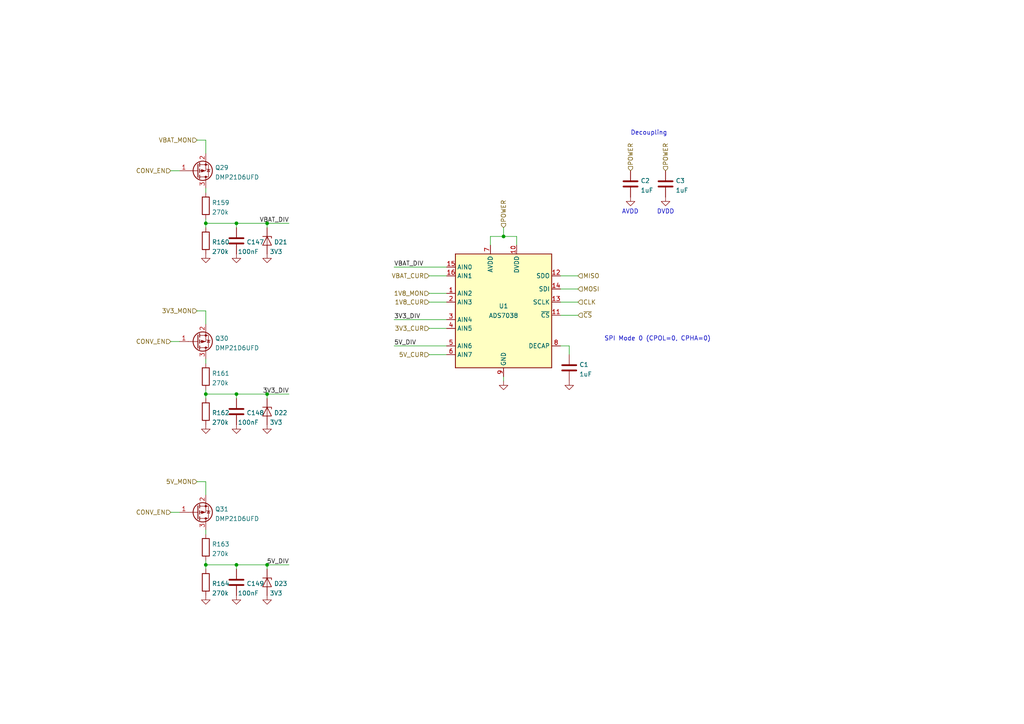
<source format=kicad_sch>
(kicad_sch (version 20210621) (generator eeschema)
  (paper "A4")
  (title_block (title "BUTCube - EPS") (date "2021-06-01") (rev "v1.0") (company "VUT - FIT(STRaDe) & FME(IAE & IPE)") (comment 1 "Author: Petr Malaník"))
  (lib_symbols
    (symbol "Device:C" (pin_numbers hide) (pin_names (offset 0.254))
      (property "Reference" "C" (at 0.635 2.54 0))
      (property "Value" "C" (at 0.635 -2.54 0))
      (symbol "C_0_1"
        (polyline (pts (xy -2.032 -0.762) (xy 2.032 -0.762)) (stroke (width 0.508)))
        (polyline (pts (xy -2.032 0.762) (xy 2.032 0.762)) (stroke (width 0.508)))
      )
      (symbol "C_1_1"
        (pin passive line (at 0 3.81 270) (length 2.794) (name "~") (number "1"))
        (pin passive line (at 0 -3.81 90) (length 2.794) (name "~") (number "2"))
      )
    )
    (symbol "Device:D_Zener" (pin_numbers hide) (pin_names (offset 1.016) hide)
      (property "Reference" "D" (at 0 2.54 0))
      (property "Value" "D_Zener" (at 0 -2.54 0))
      (symbol "D_Zener_0_1"
        (polyline (pts (xy 1.27 0) (xy -1.27 0)))
        (polyline (pts (xy -1.27 -1.27) (xy -1.27 1.27) (xy -0.762 1.27)) (stroke (width 0.2032)))
        (polyline (pts (xy 1.27 -1.27) (xy 1.27 1.27) (xy -1.27 0) (xy 1.27 -1.27)) (stroke (width 0.2032)))
      )
      (symbol "D_Zener_1_1"
        (pin passive line (at -3.81 0 0) (length 2.54) (name "K") (number "1"))
        (pin passive line (at 3.81 0 180) (length 2.54) (name "A") (number "2"))
      )
    )
    (symbol "Device:R" (pin_numbers hide) (pin_names (offset 0))
      (property "Reference" "R" (at 2.032 0 90))
      (property "Value" "R" (at 0 0 90))
      (symbol "R_0_1"
        (rectangle (start -1.016 -2.54) (end 1.016 2.54) (stroke (width 0.254)))
      )
      (symbol "R_1_1"
        (pin passive line (at 0 3.81 270) (length 1.27) (name "~") (number "1"))
        (pin passive line (at 0 -3.81 90) (length 1.27) (name "~") (number "2"))
      )
    )
    (symbol "TCY_IC:ADS7038"
      (property "Reference" "U" (at 0 0 0))
      (property "Value" "ADS7038" (at -3.81 -2.54 0))
      (symbol "ADS7038_0_1"
        (rectangle (start -13.97 16.51) (end 13.97 -16.51) (stroke (width 0.254)) (fill (type background)))
      )
      (symbol "ADS7038_1_1"
        (pin input line (at -16.51 5.08 0) (length 2.54) (name "AIN2") (number "1"))
        (pin power_in line (at 3.81 19.05 270) (length 2.54) (name "DVDD") (number "10"))
        (pin input line (at 16.51 -1.27 180) (length 2.54) (name "~{CS}") (number "11"))
        (pin tri_state line (at 16.51 10.16 180) (length 2.54) (name "SDO") (number "12"))
        (pin input line (at 16.51 2.54 180) (length 2.54) (name "SCLK") (number "13"))
        (pin input line (at 16.51 6.35 180) (length 2.54) (name "SDI") (number "14"))
        (pin input line (at -16.51 12.7 0) (length 2.54) (name "AIN0") (number "15"))
        (pin input line (at -16.51 10.16 0) (length 2.54) (name "AIN1") (number "16"))
        (pin passive line (at 0 -19.05 90) (length 2.54) hide (name "E_PAD") (number "17"))
        (pin input line (at -16.51 2.54 0) (length 2.54) (name "AIN3") (number "2"))
        (pin input line (at -16.51 -2.54 0) (length 2.54) (name "AIN4") (number "3"))
        (pin input line (at -16.51 -5.08 0) (length 2.54) (name "AIN5") (number "4"))
        (pin input line (at -16.51 -10.16 0) (length 2.54) (name "AIN6") (number "5"))
        (pin input line (at -16.51 -12.7 0) (length 2.54) (name "AIN7") (number "6"))
        (pin power_in line (at -3.81 19.05 270) (length 2.54) (name "AVDD") (number "7"))
        (pin passive line (at 16.51 -10.16 180) (length 2.54) (name "DECAP") (number "8"))
        (pin power_in line (at 0 -19.05 90) (length 2.54) (name "GND") (number "9"))
      )
    )
    (symbol "TCY_transistors:DMP21D6UFD" (pin_names (offset 0) hide)
      (property "Reference" "Q" (at 5.08 1.27 0))
      (property "Value" "DMP21D6UFD" (at -2.54 -15.24 0))
      (symbol "DMP21D6UFD_0_1"
        (circle (center 1.651 0) (radius 2.794) (stroke (width 0.254)))
        (circle (center 2.54 -1.778) (radius 0.254) (fill (type outline)))
        (circle (center 2.54 1.778) (radius 0.254) (fill (type outline)))
        (polyline (pts (xy 0.254 0) (xy -2.54 0)))
        (polyline (pts (xy 0.254 1.905) (xy 0.254 -1.905)) (stroke (width 0.254)))
        (polyline (pts (xy 0.762 -1.27) (xy 0.762 -2.286)) (stroke (width 0.254)))
        (polyline (pts (xy 0.762 0.508) (xy 0.762 -0.508)) (stroke (width 0.254)))
        (polyline (pts (xy 0.762 2.286) (xy 0.762 1.27)) (stroke (width 0.254)))
        (polyline (pts (xy 2.54 2.54) (xy 2.54 1.778)))
        (polyline (pts (xy 2.54 -2.54) (xy 2.54 0) (xy 0.762 0)))
        (polyline (pts (xy 0.762 1.778) (xy 3.302 1.778) (xy 3.302 -1.778) (xy 0.762 -1.778)))
        (polyline (pts (xy 2.794 -0.508) (xy 2.921 -0.381) (xy 3.683 -0.381) (xy 3.81 -0.254)))
        (polyline (pts (xy 3.302 -0.381) (xy 2.921 0.254) (xy 3.683 0.254) (xy 3.302 -0.381)))
        (polyline (pts (xy 2.286 0) (xy 1.27 0.381) (xy 1.27 -0.381) (xy 2.286 0)) (fill (type outline)))
      )
      (symbol "DMP21D6UFD_1_1"
        (pin input line (at -5.08 0 0) (length 2.54) (name "G") (number "1"))
        (pin passive line (at 2.54 -5.08 90) (length 2.54) (name "S") (number "2"))
        (pin passive line (at 2.54 5.08 270) (length 2.54) (name "D") (number "3"))
      )
    )
    (symbol "power:GND" (power) (pin_names (offset 0))
      (property "Value" "GND" (at 0 -3.81 0))
      (symbol "GND_0_1"
        (polyline (pts (xy 0 0) (xy 0 -1.27) (xy 1.27 -1.27) (xy 0 -2.54) (xy -1.27 -1.27) (xy 0 -1.27)))
      )
      (symbol "GND_1_1"
        (pin power_in line (at 0 0 270) (length 0) hide (name "GND") (number "1"))
      )
    )
  )
  (junction (at 59.69 64.77) (diameter 0.9144))
  (junction (at 59.69 114.3) (diameter 0.9144))
  (junction (at 59.69 163.83) (diameter 0.9144))
  (junction (at 68.58 64.77) (diameter 0.9144))
  (junction (at 68.58 114.3) (diameter 0.9144))
  (junction (at 68.58 163.83) (diameter 0.9144))
  (junction (at 77.47 64.77) (diameter 0.9144))
  (junction (at 77.47 114.3) (diameter 0.9144))
  (junction (at 77.47 163.83) (diameter 0.9144))
  (junction (at 146.05 68.58) (diameter 0.9144))
  (wire (pts (xy 49.53 49.53) (xy 52.07 49.53)))
  (wire (pts (xy 49.53 99.06) (xy 52.07 99.06)))
  (wire (pts (xy 49.53 148.59) (xy 52.07 148.59)))
  (wire (pts (xy 57.15 40.64) (xy 59.69 40.64)))
  (wire (pts (xy 57.15 90.17) (xy 59.69 90.17)))
  (wire (pts (xy 57.15 139.7) (xy 59.69 139.7)))
  (wire (pts (xy 59.69 40.64) (xy 59.69 44.45)))
  (wire (pts (xy 59.69 54.61) (xy 59.69 55.88)))
  (wire (pts (xy 59.69 63.5) (xy 59.69 64.77)))
  (wire (pts (xy 59.69 64.77) (xy 59.69 66.04)))
  (wire (pts (xy 59.69 64.77) (xy 68.58 64.77)))
  (wire (pts (xy 59.69 90.17) (xy 59.69 93.98)))
  (wire (pts (xy 59.69 104.14) (xy 59.69 105.41)))
  (wire (pts (xy 59.69 113.03) (xy 59.69 114.3)))
  (wire (pts (xy 59.69 114.3) (xy 59.69 115.57)))
  (wire (pts (xy 59.69 114.3) (xy 68.58 114.3)))
  (wire (pts (xy 59.69 139.7) (xy 59.69 143.51)))
  (wire (pts (xy 59.69 153.67) (xy 59.69 154.94)))
  (wire (pts (xy 59.69 162.56) (xy 59.69 163.83)))
  (wire (pts (xy 59.69 163.83) (xy 59.69 165.1)))
  (wire (pts (xy 59.69 163.83) (xy 68.58 163.83)))
  (wire (pts (xy 68.58 64.77) (xy 68.58 66.04)))
  (wire (pts (xy 68.58 64.77) (xy 77.47 64.77)))
  (wire (pts (xy 68.58 114.3) (xy 68.58 115.57)))
  (wire (pts (xy 68.58 114.3) (xy 77.47 114.3)))
  (wire (pts (xy 68.58 163.83) (xy 68.58 165.1)))
  (wire (pts (xy 68.58 163.83) (xy 77.47 163.83)))
  (wire (pts (xy 77.47 64.77) (xy 77.47 66.04)))
  (wire (pts (xy 77.47 64.77) (xy 83.82 64.77)))
  (wire (pts (xy 77.47 114.3) (xy 77.47 115.57)))
  (wire (pts (xy 77.47 114.3) (xy 83.82 114.3)))
  (wire (pts (xy 77.47 163.83) (xy 77.47 165.1)))
  (wire (pts (xy 77.47 163.83) (xy 83.82 163.83)))
  (wire (pts (xy 114.3 77.47) (xy 129.54 77.47)))
  (wire (pts (xy 114.3 92.71) (xy 129.54 92.71)))
  (wire (pts (xy 114.3 100.33) (xy 129.54 100.33)))
  (wire (pts (xy 124.46 80.01) (xy 129.54 80.01)))
  (wire (pts (xy 124.46 85.09) (xy 129.54 85.09)))
  (wire (pts (xy 124.46 87.63) (xy 129.54 87.63)))
  (wire (pts (xy 124.46 95.25) (xy 129.54 95.25)))
  (wire (pts (xy 124.46 102.87) (xy 129.54 102.87)))
  (wire (pts (xy 142.24 68.58) (xy 146.05 68.58)))
  (wire (pts (xy 142.24 71.12) (xy 142.24 68.58)))
  (wire (pts (xy 146.05 66.04) (xy 146.05 68.58)))
  (wire (pts (xy 146.05 109.22) (xy 146.05 110.49)))
  (wire (pts (xy 149.86 68.58) (xy 146.05 68.58)))
  (wire (pts (xy 149.86 71.12) (xy 149.86 68.58)))
  (wire (pts (xy 162.56 80.01) (xy 167.64 80.01)))
  (wire (pts (xy 162.56 83.82) (xy 167.64 83.82)))
  (wire (pts (xy 162.56 87.63) (xy 167.64 87.63)))
  (wire (pts (xy 162.56 91.44) (xy 167.64 91.44)))
  (wire (pts (xy 162.56 100.33) (xy 165.1 100.33)))
  (wire (pts (xy 165.1 100.33) (xy 165.1 102.87)))
  (text "SPI Mode 0 (CPOL=0, CPHA=0)" (at 175.26 99.06 0) (effects (font (size 1.27 1.27)) (justify left bottom)))
  (text "AVDD" (at 180.34 62.23 0) (effects (font (size 1.27 1.27)) (justify left bottom)))
  (text "Decoupling" (at 182.88 39.37 0) (effects (font (size 1.27 1.27)) (justify left bottom)))
  (text "DVDD" (at 190.5 62.23 0) (effects (font (size 1.27 1.27)) (justify left bottom)))
  (label "VBAT_DIV" (at 83.82 64.77 180))
  (label "3V3_DIV" (at 83.82 114.3 180))
  (label "5V_DIV" (at 83.82 163.83 180))
  (label "VBAT_DIV" (at 114.3 77.47 0))
  (label "3V3_DIV" (at 114.3 92.71 0))
  (label "5V_DIV" (at 114.3 100.33 0))
  (hierarchical_label "CONV_EN" (shape input) (at 49.53 49.53 180))
  (hierarchical_label "CONV_EN" (shape input) (at 49.53 99.06 180))
  (hierarchical_label "CONV_EN" (shape input) (at 49.53 148.59 180))
  (hierarchical_label "VBAT_MON" (shape input) (at 57.15 40.64 180))
  (hierarchical_label "3V3_MON" (shape input) (at 57.15 90.17 180))
  (hierarchical_label "5V_MON" (shape input) (at 57.15 139.7 180))
  (hierarchical_label "VBAT_CUR" (shape input) (at 124.46 80.01 180))
  (hierarchical_label "1V8_MON" (shape input) (at 124.46 85.09 180))
  (hierarchical_label "1V8_CUR" (shape input) (at 124.46 87.63 180))
  (hierarchical_label "3V3_CUR" (shape input) (at 124.46 95.25 180))
  (hierarchical_label "5V_CUR" (shape input) (at 124.46 102.87 180))
  (hierarchical_label "POWER" (shape input) (at 146.05 66.04 90))
  (hierarchical_label "MISO" (shape input) (at 167.64 80.01 0))
  (hierarchical_label "MOSI" (shape input) (at 167.64 83.82 0))
  (hierarchical_label "CLK" (shape input) (at 167.64 87.63 0))
  (hierarchical_label "~{CS}" (shape input) (at 167.64 91.44 0))
  (hierarchical_label "POWER" (shape input) (at 182.88 49.53 90))
  (hierarchical_label "POWER" (shape input) (at 193.04 49.53 90))
  (symbol (lib_id "power:GND") (at 59.69 73.66 0)
    (property "Reference" "#PWR0326" (effects hide))
    (property "Value" "GND" (effects hide))
  )
  (symbol (lib_id "power:GND") (at 59.69 123.19 0)
    (property "Reference" "#PWR0327" (effects hide))
    (property "Value" "GND" (effects hide))
  )
  (symbol (lib_id "power:GND") (at 59.69 172.72 0)
    (property "Reference" "#PWR0328" (effects hide))
    (property "Value" "GND" (effects hide))
  )
  (symbol (lib_id "power:GND") (at 68.58 73.66 0)
    (property "Reference" "#PWR0329" (effects hide))
    (property "Value" "GND" (effects hide))
  )
  (symbol (lib_id "power:GND") (at 68.58 123.19 0)
    (property "Reference" "#PWR0330" (effects hide))
    (property "Value" "GND" (effects hide))
  )
  (symbol (lib_id "power:GND") (at 68.58 172.72 0)
    (property "Reference" "#PWR0331" (effects hide))
    (property "Value" "GND" (effects hide))
  )
  (symbol (lib_id "power:GND") (at 77.47 73.66 0)
    (property "Reference" "#PWR0332" (effects hide))
    (property "Value" "GND" (effects hide))
  )
  (symbol (lib_id "power:GND") (at 77.47 123.19 0)
    (property "Reference" "#PWR0333" (effects hide))
    (property "Value" "GND" (effects hide))
  )
  (symbol (lib_id "power:GND") (at 77.47 172.72 0)
    (property "Reference" "#PWR0334" (effects hide))
    (property "Value" "GND" (effects hide))
  )
  (symbol (lib_id "power:GND") (at 146.05 110.49 0)
    (property "Reference" "#PWR017" (effects hide))
    (property "Value" "GND" (effects hide))
  )
  (symbol (lib_id "power:GND") (at 165.1 110.49 0)
    (property "Reference" "#PWR018" (effects hide))
    (property "Value" "GND" (effects hide))
  )
  (symbol (lib_id "power:GND") (at 182.88 57.15 0)
    (property "Reference" "#PWR019" (effects hide))
    (property "Value" "GND" (effects hide))
  )
  (symbol (lib_id "power:GND") (at 193.04 57.15 0)
    (property "Reference" "#PWR020" (effects hide))
    (property "Value" "GND" (effects hide))
  )
  (symbol (lib_id "Device:R") (at 59.69 59.69 0)
    (property "Reference" "R159" (at 61.4681 58.7815 0) (effects (justify left)))
    (property "Value" "270k" (at 61.4681 61.5566 0) (effects (justify left)))
    (property "Footprint" "TCY_passives:R_0603_1608Metric" (effects hide))
  )
  (symbol (lib_id "Device:R") (at 59.69 69.85 0)
    (property "Reference" "R160" (at 61.4681 70.2115 0) (effects (justify left)))
    (property "Value" "270k" (at 61.4681 72.9866 0) (effects (justify left)))
    (property "Footprint" "TCY_passives:R_0603_1608Metric" (effects hide))
  )
  (symbol (lib_id "Device:R") (at 59.69 109.22 0)
    (property "Reference" "R161" (at 61.4681 108.3115 0) (effects (justify left)))
    (property "Value" "270k" (at 61.4681 111.0866 0) (effects (justify left)))
    (property "Footprint" "TCY_passives:R_0603_1608Metric" (effects hide))
  )
  (symbol (lib_id "Device:R") (at 59.69 119.38 0)
    (property "Reference" "R162" (at 61.4681 119.7415 0) (effects (justify left)))
    (property "Value" "270k" (at 61.4681 122.5166 0) (effects (justify left)))
    (property "Footprint" "TCY_passives:R_0603_1608Metric" (effects hide))
  )
  (symbol (lib_id "Device:R") (at 59.69 158.75 0)
    (property "Reference" "R163" (at 61.4681 157.8415 0) (effects (justify left)))
    (property "Value" "270k" (at 61.4681 160.6166 0) (effects (justify left)))
    (property "Footprint" "TCY_passives:R_0603_1608Metric" (effects hide))
  )
  (symbol (lib_id "Device:R") (at 59.69 168.91 0)
    (property "Reference" "R164" (at 61.4681 169.2715 0) (effects (justify left)))
    (property "Value" "270k" (at 61.4681 172.0466 0) (effects (justify left)))
    (property "Footprint" "TCY_passives:R_0603_1608Metric" (effects hide))
  )
  (symbol (lib_id "Device:D_Zener") (at 77.47 69.85 270)
    (property "Reference" "D21" (at 79.4767 70.2115 90) (effects (justify left)))
    (property "Value" "3V3" (at 78.2067 72.9866 90) (effects (justify left)))
    (property "Footprint" "Diode_SMD:D_0603_1608Metric" (effects hide))
  )
  (symbol (lib_id "Device:D_Zener") (at 77.47 119.38 270)
    (property "Reference" "D22" (at 79.4767 119.7415 90) (effects (justify left)))
    (property "Value" "3V3" (at 78.2067 122.5166 90) (effects (justify left)))
    (property "Footprint" "Diode_SMD:D_0603_1608Metric" (effects hide))
  )
  (symbol (lib_id "Device:D_Zener") (at 77.47 168.91 270)
    (property "Reference" "D23" (at 79.4767 169.2715 90) (effects (justify left)))
    (property "Value" "3V3" (at 78.2067 172.0466 90) (effects (justify left)))
    (property "Footprint" "Diode_SMD:D_0603_1608Metric" (effects hide))
  )
  (symbol (lib_id "Device:C") (at 68.58 69.85 0)
    (property "Reference" "C147" (at 71.5011 70.2115 0) (effects (justify left)))
    (property "Value" "100nF" (at 68.9611 72.9866 0) (effects (justify left)))
    (property "Footprint" "TCY_passives:C_0603_1608Metric" (effects hide))
  )
  (symbol (lib_id "Device:C") (at 68.58 119.38 0)
    (property "Reference" "C148" (at 71.5011 119.7415 0) (effects (justify left)))
    (property "Value" "100nF" (at 68.9611 122.5166 0) (effects (justify left)))
    (property "Footprint" "TCY_passives:C_0603_1608Metric" (effects hide))
  )
  (symbol (lib_id "Device:C") (at 68.58 168.91 0)
    (property "Reference" "C149" (at 71.5011 169.2715 0) (effects (justify left)))
    (property "Value" "100nF" (at 68.9611 172.0466 0) (effects (justify left)))
    (property "Footprint" "TCY_passives:C_0603_1608Metric" (effects hide))
  )
  (symbol (lib_id "Device:C") (at 165.1 106.68 0)
    (property "Reference" "C1" (at 168.0211 105.7715 0) (effects (justify left)))
    (property "Value" "1uF" (at 168.0211 108.5466 0) (effects (justify left)))
    (property "Footprint" "TCY_passives:C_0603_1608Metric" (effects hide))
  )
  (symbol (lib_id "Device:C") (at 182.88 53.34 0)
    (property "Reference" "C2" (at 185.8011 52.4315 0) (effects (justify left)))
    (property "Value" "1uF" (at 185.8011 55.2066 0) (effects (justify left)))
    (property "Footprint" "TCY_passives:C_0603_1608Metric" (effects hide))
  )
  (symbol (lib_id "Device:C") (at 193.04 53.34 0)
    (property "Reference" "C3" (at 195.9611 52.4315 0) (effects (justify left)))
    (property "Value" "1uF" (at 195.9611 55.2066 0) (effects (justify left)))
    (property "Footprint" "TCY_passives:C_0603_1608Metric" (effects hide))
  )
  (symbol (lib_id "TCY_transistors:DMP21D6UFD") (at 57.15 49.53 0) (mirror x)
    (property "Reference" "Q29" (at 62.3571 48.6215 0) (effects (justify left)))
    (property "Value" "DMP21D6UFD" (at 62.3571 51.3966 0) (effects (justify left)))
    (property "Footprint" "TCY_IC:DFN-3_1.2x1.2mm" (effects hide))
  )
  (symbol (lib_id "TCY_transistors:DMP21D6UFD") (at 57.15 99.06 0) (mirror x)
    (property "Reference" "Q30" (at 62.3571 98.1515 0) (effects (justify left)))
    (property "Value" "DMP21D6UFD" (at 62.3571 100.9266 0) (effects (justify left)))
    (property "Footprint" "TCY_IC:DFN-3_1.2x1.2mm" (effects hide))
  )
  (symbol (lib_id "TCY_transistors:DMP21D6UFD") (at 57.15 148.59 0) (mirror x)
    (property "Reference" "Q31" (at 62.3571 147.6815 0) (effects (justify left)))
    (property "Value" "DMP21D6UFD" (at 62.3571 150.4566 0) (effects (justify left)))
    (property "Footprint" "TCY_IC:DFN-3_1.2x1.2mm" (effects hide))
  )
  (symbol (lib_id "TCY_IC:ADS7038") (at 146.05 90.17 0)
    (property "Reference" "U1" (at 146.05 88.7636 0))
    (property "Value" "ADS7038" (at 146.05 91.5387 0))
    (property "Footprint" "Package_DFN_QFN:QFN-16-1EP_3x3mm_P0.5mm_EP1.7x1.7mm" (effects hide))
    (property "Datasheet" "https://www.ti.com/lit/ds/symlink/ads7038.pdf" (effects hide))
  )
)
</source>
